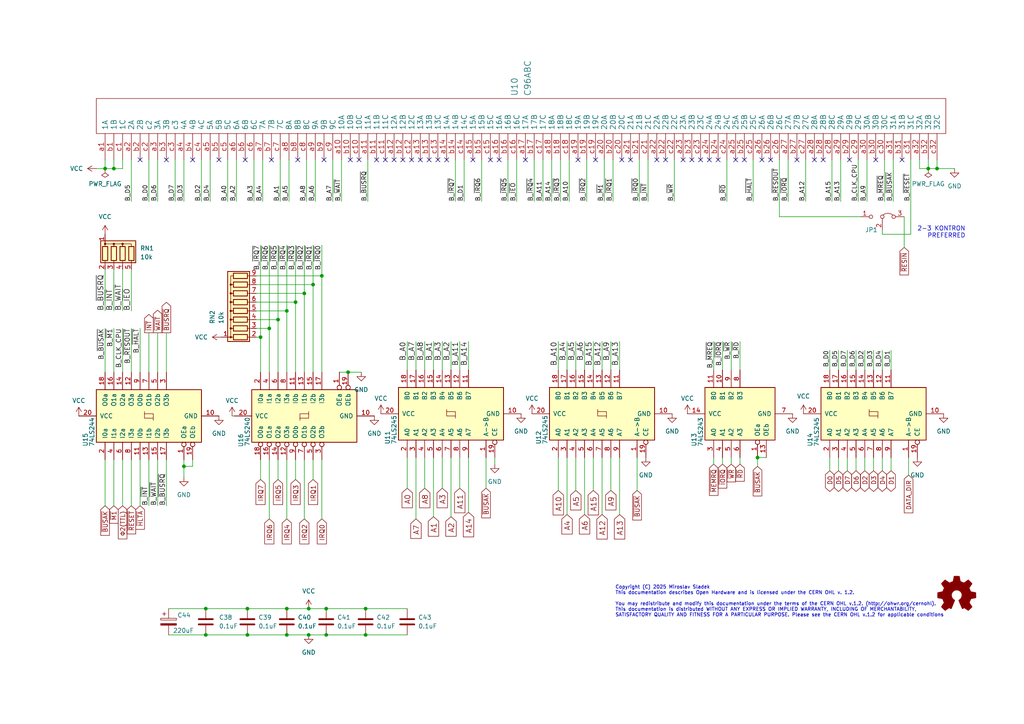
<source format=kicad_sch>
(kicad_sch (version 20250114) (generator "eeschema") (generator_version "9.0")
  (paper "A4")
  (title_block (title "ECB 8080 SBC") (date "2025-03-17") (rev "A"))
  (lib_symbols
    (symbol "74xx:74LS240" (pin_names (offset 1.016))
      (property "Reference" "U" (at -7.62 16.51 0))
      (property "Value" "74LS240" (at -7.62 -16.51 0))
      (symbol "74LS240_1_0"
        (pin input line (at -12.7 12.7 0) (length 5.08) (name "I0a") (number "2"))
        (pin input line (at -12.7 10.16 0) (length 5.08) (name "I1a") (number "4"))
        (pin input line (at -12.7 7.62 0) (length 5.08) (name "I2a") (number "6"))
        (pin input line (at -12.7 5.08 0) (length 5.08) (name "I3a") (number "8"))
        (pin input line (at -12.7 2.54 0) (length 5.08) (name "I0b") (number "11"))
        (pin input line (at -12.7 0 0) (length 5.08) (name "I1b") (number "13"))
        (pin input line (at -12.7 -2.54 0) (length 5.08) (name "I2b") (number "15"))
        (pin input line (at -12.7 -5.08 0) (length 5.08) (name "I3b") (number "17"))
        (pin input inverted (at -12.7 -10.16 0) (length 5.08) (name "OEa") (number "1"))
        (pin input inverted (at -12.7 -12.7 0) (length 5.08) (name "OEb") (number "19"))
        (pin power_in line (at 0 20.32 270) (length 5.08) (name "VCC") (number "20"))
        (pin power_in line (at 0 -20.32 90) (length 5.08) (name "GND") (number "10"))
        (pin tri_state inverted (at 12.7 12.7 180) (length 5.08) (name "O0a") (number "18"))
        (pin tri_state inverted (at 12.7 10.16 180) (length 5.08) (name "O1a") (number "16"))
        (pin tri_state inverted (at 12.7 7.62 180) (length 5.08) (name "O2a") (number "14"))
        (pin tri_state inverted (at 12.7 5.08 180) (length 5.08) (name "O3a") (number "12"))
        (pin tri_state inverted (at 12.7 2.54 180) (length 5.08) (name "O0b") (number "9"))
        (pin tri_state inverted (at 12.7 0 180) (length 5.08) (name "O1b") (number "7"))
        (pin tri_state inverted (at 12.7 -2.54 180) (length 5.08) (name "O2b") (number "5"))
        (pin tri_state inverted (at 12.7 -5.08 180) (length 5.08) (name "O3b") (number "3"))
      )
    )
    (symbol "74xx:74LS243" (pin_names (offset 1.016))
      (property "Reference" "U13" (at 5.08 13.335 0))
      (property "Value" "74LS243" (at 0.635 11.43 0))
      (symbol "74LS243_1_0"
        (pin input line (at -12.7 7.62 0) (length 5.08) (name "A0") (number "3"))
        (pin input line (at -12.7 5.08 0) (length 5.08) (name "A1") (number "4"))
        (pin input line (at -12.7 2.54 0) (length 5.08) (name "A2") (number "5"))
        (pin input line (at -12.7 0 0) (length 5.08) (name "A3") (number "6"))
        (pin input inverted (at -12.7 -5.08 0) (length 5.08) (name "OEa") (number "1"))
        (pin input line (at -12.7 -7.62 0) (length 5.08) (name "OEb") (number "13"))
        (pin power_in line (at 0 15.24 270) (length 5.08) (name "VCC") (number "14"))
        (pin power_in line (at 0 -15.24 90) (length 5.08) (name "GND") (number "7"))
        (pin tri_state line (at 12.7 7.62 180) (length 5.08) (name "B0") (number "11"))
        (pin tri_state line (at 12.7 5.08 180) (length 5.08) (name "B1") (number "10"))
        (pin tri_state line (at 12.7 2.54 180) (length 5.08) (name "B2") (number "9"))
        (pin tri_state line (at 12.7 0 180) (length 5.08) (name "B3") (number "8"))
      )
      (symbol "74LS243_1_1"
        (pin no_connect line (at 15.875 -6.35 180) (length 2.54) (hide yes) (name "NC") (number "2"))
        (pin no_connect line (at 15.875 -8.89 180) (length 2.54) (hide yes) (name "NC") (number "12"))
      )
    )
    (symbol "74xx:74LS244" (pin_names (offset 1.016))
      (property "Reference" "U" (at -7.62 16.51 0))
      (property "Value" "74LS244" (at -7.62 -16.51 0))
      (symbol "74LS244_1_0"
        (pin input line (at -12.7 12.7 0) (length 5.08) (name "I0a") (number "2"))
        (pin input line (at -12.7 10.16 0) (length 5.08) (name "I1a") (number "4"))
        (pin input line (at -12.7 7.62 0) (length 5.08) (name "I2a") (number "6"))
        (pin input line (at -12.7 5.08 0) (length 5.08) (name "I3a") (number "8"))
        (pin input line (at -12.7 2.54 0) (length 5.08) (name "I0b") (number "11"))
        (pin input line (at -12.7 0 0) (length 5.08) (name "I1b") (number "13"))
        (pin input line (at -12.7 -2.54 0) (length 5.08) (name "I2b") (number "15"))
        (pin input line (at -12.7 -5.08 0) (length 5.08) (name "I3b") (number "17"))
        (pin input inverted (at -12.7 -10.16 0) (length 5.08) (name "OEa") (number "1"))
        (pin input inverted (at -12.7 -12.7 0) (length 5.08) (name "OEb") (number "19"))
        (pin power_in line (at 0 20.32 270) (length 5.08) (name "VCC") (number "20"))
        (pin power_in line (at 0 -20.32 90) (length 5.08) (name "GND") (number "10"))
        (pin tri_state line (at 12.7 12.7 180) (length 5.08) (name "O0a") (number "18"))
        (pin tri_state line (at 12.7 10.16 180) (length 5.08) (name "O1a") (number "16"))
        (pin tri_state line (at 12.7 7.62 180) (length 5.08) (name "O2a") (number "14"))
        (pin tri_state line (at 12.7 5.08 180) (length 5.08) (name "O3a") (number "12"))
        (pin tri_state line (at 12.7 2.54 180) (length 5.08) (name "O0b") (number "9"))
        (pin tri_state line (at 12.7 0 180) (length 5.08) (name "O1b") (number "7"))
        (pin tri_state line (at 12.7 -2.54 180) (length 5.08) (name "O2b") (number "5"))
        (pin tri_state line (at 12.7 -5.08 180) (length 5.08) (name "O3b") (number "3"))
      )
    )
    (symbol "74xx:74LS245" (pin_names (offset 1.016))
      (property "Reference" "U" (at -7.62 16.51 0))
      (property "Value" "74LS245" (at -7.62 -16.51 0))
      (symbol "74LS245_1_0"
        (pin tri_state line (at -12.7 12.7 0) (length 5.08) (name "A0") (number "2"))
        (pin tri_state line (at -12.7 10.16 0) (length 5.08) (name "A1") (number "3"))
        (pin tri_state line (at -12.7 7.62 0) (length 5.08) (name "A2") (number "4"))
        (pin tri_state line (at -12.7 5.08 0) (length 5.08) (name "A3") (number "5"))
        (pin tri_state line (at -12.7 2.54 0) (length 5.08) (name "A4") (number "6"))
        (pin tri_state line (at -12.7 0 0) (length 5.08) (name "A5") (number "7"))
        (pin tri_state line (at -12.7 -2.54 0) (length 5.08) (name "A6") (number "8"))
        (pin tri_state line (at -12.7 -5.08 0) (length 5.08) (name "A7") (number "9"))
        (pin input line (at -12.7 -10.16 0) (length 5.08) (name "A->B") (number "1"))
        (pin input inverted (at -12.7 -12.7 0) (length 5.08) (name "CE") (number "19"))
        (pin power_in line (at 0 20.32 270) (length 5.08) (name "VCC") (number "20"))
        (pin power_in line (at 0 -20.32 90) (length 5.08) (name "GND") (number "10"))
        (pin tri_state line (at 12.7 12.7 180) (length 5.08) (name "B0") (number "18"))
        (pin tri_state line (at 12.7 10.16 180) (length 5.08) (name "B1") (number "17"))
        (pin tri_state line (at 12.7 7.62 180) (length 5.08) (name "B2") (number "16"))
        (pin tri_state line (at 12.7 5.08 180) (length 5.08) (name "B3") (number "15"))
        (pin tri_state line (at 12.7 2.54 180) (length 5.08) (name "B4") (number "14"))
        (pin tri_state line (at 12.7 0 180) (length 5.08) (name "B5") (number "13"))
        (pin tri_state line (at 12.7 -2.54 180) (length 5.08) (name "B6") (number "12"))
        (pin tri_state line (at 12.7 -5.08 180) (length 5.08) (name "B7") (number "11"))
      )
    )
    (symbol "Device:C" (pin_numbers (hide yes)) (pin_names (offset 0.254))
      (property "Reference" "C" (at 0.635 2.54 0))
      (property "Value" "C" (at 0.635 -2.54 0))
      (symbol "C_1_1"
        (pin passive line (at 0 3.81 270) (length 2.794) (name "~") (number "1"))
        (pin passive line (at 0 -3.81 90) (length 2.794) (name "~") (number "2"))
      )
    )
    (symbol "Device:C_Polarized" (pin_numbers (hide yes)) (pin_names (offset 0.254))
      (property "Reference" "C" (at 0.635 2.54 0))
      (property "Value" "C_Polarized" (at 0.635 -2.54 0))
      (symbol "C_Polarized_1_1"
        (pin passive line (at 0 3.81 270) (length 2.794) (name "~") (number "1"))
        (pin passive line (at 0 -3.81 90) (length 2.794) (name "~") (number "2"))
      )
    )
    (symbol "Device:R_Network04" (pin_names (offset 0) (hide yes))
      (property "Reference" "RN" (at -7.62 0 90))
      (property "Value" "R_Network04" (at 5.08 0 90))
      (symbol "R_Network04_1_1"
        (pin passive line (at -5.08 5.08 270) (length 2.54) (name "common") (number "1"))
        (pin passive line (at -5.08 -5.08 90) (length 1.27) (name "R1") (number "2"))
        (pin passive line (at -2.54 -5.08 90) (length 1.27) (name "R2") (number "3"))
        (pin passive line (at 0 -5.08 90) (length 1.27) (name "R3") (number "4"))
        (pin passive line (at 2.54 -5.08 90) (length 1.27) (name "R4") (number "5"))
      )
    )
    (symbol "Device:R_Network08" (pin_names (offset 0) (hide yes))
      (property "Reference" "RN" (at -12.7 0 90))
      (property "Value" "R_Network08" (at 10.16 0 90))
      (symbol "R_Network08_1_1"
        (pin passive line (at -10.16 5.08 270) (length 2.54) (name "common") (number "1"))
        (pin passive line (at -10.16 -5.08 90) (length 1.27) (name "R1") (number "2"))
        (pin passive line (at -7.62 -5.08 90) (length 1.27) (name "R2") (number "3"))
        (pin passive line (at -5.08 -5.08 90) (length 1.27) (name "R3") (number "4"))
        (pin passive line (at -2.54 -5.08 90) (length 1.27) (name "R4") (number "5"))
        (pin passive line (at 0 -5.08 90) (length 1.27) (name "R5") (number "6"))
        (pin passive line (at 2.54 -5.08 90) (length 1.27) (name "R6") (number "7"))
        (pin passive line (at 5.08 -5.08 90) (length 1.27) (name "R7") (number "8"))
        (pin passive line (at 7.62 -5.08 90) (length 1.27) (name "R8") (number "9"))
      )
    )
    (symbol "GND_7" (power) (pin_names (offset 0))
      (property "Value" "GND_7" (at 0 -5.08 0))
      (symbol "GND_7_1_1"
        (pin power_out line (at 0 0 270) (length 0) (hide yes) (name "GND") (number "1"))
      )
    )
    (symbol "Graphic:Logo_Open_Hardware_Small" (in_bom no) (on_board no))
    (symbol "Jumper:Jumper_3_Bridged12" (pin_names (offset 0) (hide yes))
      (property "Reference" "JP?" (at 0 5.715 0))
      (symbol "Jumper_3_Bridged12_1_1"
        (pin passive line (at -6.35 0 0) (length 2.54) (name "A") (number "1"))
        (pin passive line (at 0 -3.81 90) (length 2.54) (name "C") (number "2"))
        (pin passive line (at 6.35 0 180) (length 2.54) (name "B") (number "3"))
      )
    )
    (symbol "SBC_Z80:C96ABC" (pin_names (offset 1.016))
      (property "Reference" "U10" (at 5.715 1.905 0))
      (property "Value" "C96ABC" (at 5.715 -1.905 0))
      (symbol "C96ABC_1_1"
        (pin passive line (at -12.7 120.65 0) (length 7.62) (name "1A") (number "a1"))
        (pin passive line (at -12.7 118.11 0) (length 7.62) (name "1B") (number "b1"))
        (pin passive line (at -12.7 115.57 0) (length 7.62) (name "1C") (number "c1"))
        (pin passive line (at -12.7 113.03 0) (length 7.62) (name "2A") (number "a2"))
        (pin passive line (at -12.7 110.49 0) (length 7.62) (name "2B") (number "b2"))
        (pin passive line (at -12.7 107.95 0) (length 7.62) (name "c2") (number "c2"))
        (pin passive line (at -12.7 105.41 0) (length 7.62) (name "3A") (number "a3"))
        (pin passive line (at -12.7 102.87 0) (length 7.62) (name "3B") (number "b3"))
        (pin passive line (at -12.7 100.33 0) (length 7.62) (name "c3") (number "c3"))
        (pin passive line (at -12.7 97.79 0) (length 7.62) (name "4A") (number "a4"))
        (pin passive line (at -12.7 95.25 0) (length 7.62) (name "4B") (number "b4"))
        (pin passive line (at -12.7 92.71 0) (length 7.62) (name "4C") (number "c4"))
        (pin passive line (at -12.7 90.17 0) (length 7.62) (name "5A") (number "a5"))
        (pin passive line (at -12.7 87.63 0) (length 7.62) (name "5B") (number "b5"))
        (pin passive line (at -12.7 85.09 0) (length 7.62) (name "5C") (number "c5"))
        (pin passive line (at -12.7 82.55 0) (length 7.62) (name "6A") (number "a6"))
        (pin passive line (at -12.7 80.01 0) (length 7.62) (name "6B") (number "b6"))
        (pin passive line (at -12.7 77.47 0) (length 7.62) (name "6C") (number "c6"))
        (pin passive line (at -12.7 74.93 0) (length 7.62) (name "7A") (number "a7"))
        (pin passive line (at -12.7 72.39 0) (length 7.62) (name "7B") (number "b7"))
        (pin passive line (at -12.7 69.85 0) (length 7.62) (name "7C") (number "c7"))
        (pin passive line (at -12.7 67.31 0) (length 7.62) (name "8A") (number "a8"))
        (pin passive line (at -12.7 64.77 0) (length 7.62) (name "8B") (number "b8"))
        (pin passive line (at -12.7 62.23 0) (length 7.62) (name "8C") (number "c8"))
        (pin passive line (at -12.7 59.69 0) (length 7.62) (name "9A") (number "a9"))
        (pin passive line (at -12.7 57.15 0) (length 7.62) (name "9B") (number "b9"))
        (pin passive line (at -12.7 54.61 0) (length 7.62) (name "9C") (number "c9"))
        (pin passive line (at -12.7 52.07 0) (length 7.62) (name "10A") (number "a10"))
        (pin passive line (at -12.7 49.53 0) (length 7.62) (name "10B") (number "b10"))
        (pin passive line (at -12.7 46.99 0) (length 7.62) (name "10C") (number "c10"))
        (pin passive line (at -12.7 44.45 0) (length 7.62) (name "11A") (number "a11"))
        (pin passive line (at -12.7 41.91 0) (length 7.62) (name "11B") (number "b11"))
        (pin passive line (at -12.7 39.37 0) (length 7.62) (name "11C") (number "c11"))
        (pin passive line (at -12.7 36.83 0) (length 7.62) (name "12A") (number "a12"))
        (pin passive line (at -12.7 34.29 0) (length 7.62) (name "12B") (number "b12"))
        (pin passive line (at -12.7 31.75 0) (length 7.62) (name "12C") (number "c12"))
        (pin passive line (at -12.7 29.21 0) (length 7.62) (name "13A") (number "a13"))
        (pin passive line (at -12.7 26.67 0) (length 7.62) (name "13B") (number "b13"))
        (pin passive line (at -12.7 24.13 0) (length 7.62) (name "13C") (number "c13"))
        (pin passive line (at -12.7 21.59 0) (length 7.62) (name "14A") (number "a14"))
        (pin passive line (at -12.7 19.05 0) (length 7.62) (name "14B") (number "b14"))
        (pin passive line (at -12.7 16.51 0) (length 7.62) (name "14C") (number "c14"))
        (pin passive line (at -12.7 13.97 0) (length 7.62) (name "15A") (number "a15"))
        (pin passive line (at -12.7 11.43 0) (length 7.62) (name "15B") (number "b15"))
        (pin passive line (at -12.7 8.89 0) (length 7.62) (name "15C") (number "c15"))
        (pin passive line (at -12.7 6.35 0) (length 7.62) (name "16A") (number "a16"))
        (pin passive line (at -12.7 3.81 0) (length 7.62) (name "16B") (number "b16"))
        (pin passive line (at -12.7 1.27 0) (length 7.62) (name "16C") (number "c16"))
        (pin passive line (at -12.7 -1.27 0) (length 7.62) (name "17A") (number "a17"))
        (pin passive line (at -12.7 -3.81 0) (length 7.62) (name "17B") (number "b17"))
        (pin passive line (at -12.7 -6.35 0) (length 7.62) (name "17C") (number "c17"))
        (pin passive line (at -12.7 -8.89 0) (length 7.62) (name "18A") (number "a18"))
        (pin passive line (at -12.7 -11.43 0) (length 7.62) (name "18B") (number "b18"))
        (pin passive line (at -12.7 -13.97 0) (length 7.62) (name "18C") (number "c18"))
        (pin passive line (at -12.7 -16.51 0) (length 7.62) (name "19A") (number "a19"))
        (pin passive line (at -12.7 -19.05 0) (length 7.62) (name "19B") (number "b19"))
        (pin passive line (at -12.7 -21.59 0) (length 7.62) (name "19C") (number "c19"))
        (pin passive line (at -12.7 -24.13 0) (length 7.62) (name "20A") (number "a20"))
        (pin passive line (at -12.7 -26.67 0) (length 7.62) (name "20B") (number "b20"))
        (pin passive line (at -12.7 -29.21 0) (length 7.62) (name "20C") (number "c20"))
        (pin tri_state line (at -12.7 -31.75 0) (length 7.62) (name "21A") (number "a21"))
        (pin passive line (at -12.7 -34.29 0) (length 7.62) (name "21B") (number "b21"))
        (pin passive line (at -12.7 -36.83 0) (length 7.62) (name "21C") (number "c21"))
        (pin passive line (at -12.7 -39.37 0) (length 7.62) (name "22A") (number "a22"))
        (pin passive line (at -12.7 -41.91 0) (length 7.62) (name "22B") (number "b22"))
        (pin passive line (at -12.7 -44.45 0) (length 7.62) (name "22C") (number "c22"))
        (pin passive line (at -12.7 -46.99 0) (length 7.62) (name "23A") (number "a23"))
        (pin passive line (at -12.7 -49.53 0) (length 7.62) (name "23B") (number "b23"))
        (pin passive line (at -12.7 -52.07 0) (length 7.62) (name "23C") (number "c23"))
        (pin passive line (at -12.7 -54.61 0) (length 7.62) (name "24A") (number "a24"))
        (pin passive line (at -12.7 -57.15 0) (length 7.62) (name "24B") (number "b24"))
        (pin passive line (at -12.7 -59.69 0) (length 7.62) (name "24C") (number "c24"))
        (pin passive line (at -12.7 -62.23 0) (length 7.62) (name "25A") (number "a25"))
        (pin passive line (at -12.7 -64.77 0) (length 7.62) (name "25B") (number "b25"))
        (pin passive line (at -12.7 -67.31 0) (length 7.62) (name "25C") (number "c25"))
        (pin passive line (at -12.7 -69.85 0) (length 7.62) (name "26A") (number "a26"))
        (pin passive line (at -12.7 -72.39 0) (length 7.62) (name "26B") (number "b26"))
        (pin passive line (at -12.7 -74.93 0) (length 7.62) (name "26C") (number "c26"))
        (pin passive line (at -12.7 -77.47 0) (length 7.62) (name "27A") (number "a27"))
        (pin passive line (at -12.7 -80.01 0) (length 7.62) (name "27B") (number "b27"))
        (pin passive line (at -12.7 -82.55 0) (length 7.62) (name "27C") (number "c27"))
        (pin passive line (at -12.7 -85.09 0) (length 7.62) (name "28A") (number "a28"))
        (pin passive line (at -12.7 -87.63 0) (length 7.62) (name "28B") (number "b28"))
        (pin passive line (at -12.7 -90.17 0) (length 7.62) (name "28C") (number "c28"))
        (pin passive line (at -12.7 -92.71 0) (length 7.62) (name "29A") (number "a29"))
        (pin passive line (at -12.7 -95.25 0) (length 7.62) (name "29B") (number "b29"))
        (pin passive line (at -12.7 -97.79 0) (length 7.62) (name "29C") (number "c29"))
        (pin passive line (at -12.7 -100.33 0) (length 7.62) (name "30A") (number "a30"))
        (pin passive line (at -12.7 -102.87 0) (length 7.62) (name "30B") (number "b30"))
        (pin passive line (at -12.7 -105.41 0) (length 7.62) (name "30C") (number "c30"))
        (pin passive line (at -12.7 -107.95 0) (length 7.62) (name "31A") (number "a31"))
        (pin passive line (at -12.7 -110.49 0) (length 7.62) (name "31B") (number "b31"))
        (pin passive line (at -12.7 -113.03 0) (length 7.62) (name "31C") (number "c31"))
        (pin passive line (at -12.7 -115.57 0) (length 7.62) (name "32A") (number "a32"))
        (pin passive line (at -12.7 -118.11 0) (length 7.62) (name "32B") (number "b32"))
        (pin passive line (at -12.7 -120.65 0) (length 7.62) (name "32C") (number "c32"))
      )
    )
    (symbol "VCC_2" (power) (pin_names (offset 0))
      (property "Value" "VCC_2" (at 0 3.81 0))
      (symbol "VCC_2_1_1"
        (pin power_in line (at 0 0 90) (length 0) (hide yes) (name "VCC") (number "1"))
      )
    )
    (symbol "VCC_3" (power) (pin_names (offset 0))
      (property "Value" "VCC_3" (at 0 3.81 0))
      (symbol "VCC_3_1_1"
        (pin power_in line (at 0 0 90) (length 0) (hide yes) (name "VCC") (number "1"))
      )
    )
    (symbol "power:GND" (power) (pin_names (offset 0))
      (property "Value" "GND" (at 0 -3.81 0))
      (symbol "GND_1_1"
        (pin power_in line (at 0 0 270) (length 0) (hide yes) (name "GND") (number "1"))
      )
    )
    (symbol "power:PWR_FLAG" (power) (pin_numbers (hide yes)) (pin_names (offset 0) (hide yes))
      (property "Value" "PWR_FLAG" (at 0 3.81 0))
      (symbol "PWR_FLAG_0_0"
        (pin power_out line (at 0 0 90) (length 0) (name "pwr") (number "1"))
      )
    )
  )
  (text "2-3 KONTRON\nPREFERRED" (at 280.035 69.215 0) (effects (font (size 1.27 1.27)) (justify right bottom)))
  (text "Copyright (C) 2025 Miroslav Sladek\nThis documentation describes Open Hardware and is licensed under the CERN OHL v. 1.2.\n\nYou may redistribute and modify this documentation under the terms of the CERN OHL v.1.2. (http://ohwr.org/cernohl).\nThis documentation is distributed WITHOUT ANY EXPRESS OR IMPLIED WARRANTY, INCLUDING OF MERCHANTABILITY,\nSATISFACTORY QUALITY AND FITNESS FOR A PARTICULAR PURPOSE. Please see the CERN OHL v.1.2 for applicable conditions" (at 178.435 179.07 0) (effects (font (size 1 1)) (justify left bottom)))
  (junction (at 33.02 48.895))
  (junction (at 80.645 92.71))
  (junction (at 83.185 184.15))
  (junction (at 78.105 95.25))
  (junction (at 106.045 184.15))
  (junction (at 71.755 176.53))
  (junction (at 71.755 184.15))
  (junction (at 83.185 176.53))
  (junction (at 271.78 48.895))
  (junction (at 93.345 80.01))
  (junction (at 219.71 132.715))
  (junction (at 30.48 48.895))
  (junction (at 59.69 184.15))
  (junction (at 90.805 82.55))
  (junction (at 100.965 107.95))
  (junction (at 106.045 176.53))
  (junction (at 88.265 85.09))
  (junction (at 89.535 184.15))
  (junction (at 75.565 97.79))
  (junction (at 94.615 176.53))
  (junction (at 53.34 135.255))
  (junction (at 59.69 176.53))
  (junction (at 269.24 48.895))
  (junction (at 85.725 87.63))
  (junction (at 89.535 176.53))
  (junction (at 94.615 184.15))
  (junction (at 83.185 90.17))
  (no_connect (at 137.16 46.355))
  (no_connect (at 127 46.355))
  (no_connect (at 119.38 46.355))
  (no_connect (at 48.26 46.355))
  (no_connect (at 198.12 46.355))
  (no_connect (at 261.62 46.355))
  (no_connect (at 172.72 46.355))
  (no_connect (at 78.74 46.355))
  (no_connect (at 152.4 46.355))
  (no_connect (at 203.2 46.355))
  (no_connect (at 101.6 46.355))
  (no_connect (at 121.92 46.355))
  (no_connect (at 124.46 46.355))
  (no_connect (at 223.52 46.355))
  (no_connect (at 167.64 46.355))
  (no_connect (at 93.98 46.355))
  (no_connect (at 215.9 46.355))
  (no_connect (at 114.3 46.355))
  (no_connect (at 231.14 46.355))
  (no_connect (at 213.36 46.355))
  (no_connect (at 200.66 46.355))
  (no_connect (at 40.64 46.355))
  (no_connect (at 180.34 46.355))
  (no_connect (at 104.14 46.355))
  (no_connect (at 116.84 46.355))
  (no_connect (at 236.22 46.355))
  (no_connect (at 190.5 46.355))
  (no_connect (at 129.54 46.355))
  (no_connect (at 144.78 46.355))
  (no_connect (at 246.38 46.355))
  (no_connect (at 55.88 46.355))
  (no_connect (at 86.36 46.355))
  (no_connect (at 254 46.355))
  (no_connect (at 208.28 46.355))
  (no_connect (at 205.74 46.355))
  (no_connect (at 63.5 46.355))
  (no_connect (at 71.12 46.355))
  (no_connect (at 111.76 46.355))
  (no_connect (at 142.24 46.355))
  (no_connect (at 182.88 46.355))
  (no_connect (at 193.04 46.355))
  (no_connect (at 109.22 46.355))
  (no_connect (at 238.76 46.355))
  (no_connect (at 220.98 46.355))
  (wire (pts (xy 80.645 71.12) (xy 80.645 92.71)))
  (wire (pts (xy 48.26 133.35) (xy 48.26 146.685)))
  (wire (pts (xy 174.625 99.06) (xy 174.625 107.315)))
  (wire (pts (xy 100.965 107.95) (xy 104.775 107.95)))
  (wire (pts (xy 212.09 99.06) (xy 212.09 107.315)))
  (wire (pts (xy 48.895 184.15) (xy 59.69 184.15)))
  (wire (pts (xy 96.52 46.355) (xy 96.52 58.42)))
  (wire (pts (xy 94.615 184.15) (xy 106.045 184.15)))
  (wire (pts (xy 266.7 48.895) (xy 266.7 46.355)))
  (wire (pts (xy 40.64 133.35) (xy 40.64 146.685)))
  (wire (pts (xy 30.48 133.35) (xy 30.48 146.685)))
  (wire (pts (xy 255.905 66.675) (xy 255.905 67.945)))
  (wire (pts (xy 134.62 46.355) (xy 134.62 58.42)))
  (wire (pts (xy 68.58 46.355) (xy 68.58 58.42)))
  (wire (pts (xy 43.18 96.52) (xy 43.18 107.95)))
  (wire (pts (xy 99.06 46.355) (xy 99.06 58.42)))
  (wire (pts (xy 85.725 87.63) (xy 74.295 87.63)))
  (wire (pts (xy 78.105 150.495) (xy 78.105 133.35)))
  (wire (pts (xy 243.205 136.525) (xy 243.205 132.715)))
  (wire (pts (xy 226.06 46.355) (xy 226.06 62.865)))
  (wire (pts (xy 175.26 46.355) (xy 175.26 58.42)))
  (wire (pts (xy 33.02 90.17) (xy 33.02 78.105)))
  (wire (pts (xy 74.295 92.71) (xy 80.645 92.71)))
  (wire (pts (xy 85.725 139.065) (xy 85.725 133.35)))
  (wire (pts (xy 90.805 139.065) (xy 90.805 133.35)))
  (wire (pts (xy 45.72 96.52) (xy 45.72 107.95)))
  (wire (pts (xy 140.97 132.715) (xy 140.97 141.605)))
  (wire (pts (xy 43.18 46.355) (xy 43.18 58.42)))
  (wire (pts (xy 179.705 132.715) (xy 179.705 149.225)))
  (wire (pts (xy 38.1 78.105) (xy 38.1 90.17)))
  (wire (pts (xy 241.3 46.355) (xy 241.3 58.42)))
  (wire (pts (xy 125.73 99.06) (xy 125.73 107.315)))
  (wire (pts (xy 271.78 48.895) (xy 271.78 46.355)))
  (wire (pts (xy 258.445 107.315) (xy 258.445 101.6)))
  (wire (pts (xy 259.08 46.355) (xy 259.08 58.42)))
  (wire (pts (xy 27.94 48.895) (xy 30.48 48.895)))
  (wire (pts (xy 30.48 48.895) (xy 33.02 48.895)))
  (wire (pts (xy 128.27 132.715) (xy 128.27 141.605)))
  (wire (pts (xy 106.045 176.53) (xy 118.11 176.53)))
  (wire (pts (xy 67.31 120.65) (xy 67.945 120.65)))
  (wire (pts (xy 209.55 132.715) (xy 209.55 134.62)))
  (wire (pts (xy 60.96 46.355) (xy 60.96 58.42)))
  (wire (pts (xy 207.01 99.06) (xy 207.01 107.315)))
  (wire (pts (xy 209.55 99.06) (xy 209.55 107.315)))
  (wire (pts (xy 55.88 135.255) (xy 53.34 135.255)))
  (wire (pts (xy 83.185 184.15) (xy 89.535 184.15)))
  (wire (pts (xy 135.89 132.715) (xy 135.89 148.59)))
  (wire (pts (xy 88.265 85.09) (xy 74.295 85.09)))
  (wire (pts (xy 212.09 132.715) (xy 212.09 134.62)))
  (wire (pts (xy 130.81 99.06) (xy 130.81 107.315)))
  (wire (pts (xy 93.345 80.01) (xy 93.345 107.95)))
  (wire (pts (xy 172.085 99.06) (xy 172.085 107.315)))
  (wire (pts (xy 207.01 132.715) (xy 207.01 134.62)))
  (wire (pts (xy 177.165 132.715) (xy 177.165 142.24)))
  (wire (pts (xy 240.665 107.315) (xy 240.665 101.6)))
  (wire (pts (xy 71.755 176.53) (xy 83.185 176.53)))
  (wire (pts (xy 43.18 133.35) (xy 43.18 146.685)))
  (wire (pts (xy 219.71 132.715) (xy 222.25 132.715)))
  (wire (pts (xy 245.745 136.525) (xy 245.745 132.715)))
  (wire (pts (xy 128.27 99.06) (xy 128.27 107.315)))
  (wire (pts (xy 162.56 46.355) (xy 162.56 58.42)))
  (wire (pts (xy 133.35 99.06) (xy 133.35 107.315)))
  (wire (pts (xy 245.745 107.315) (xy 245.745 101.6)))
  (wire (pts (xy 78.105 95.25) (xy 78.105 71.12)))
  (wire (pts (xy 269.24 48.895) (xy 271.78 48.895)))
  (wire (pts (xy 53.34 135.255) (xy 53.34 138.43)))
  (wire (pts (xy 90.805 71.12) (xy 90.805 82.55)))
  (wire (pts (xy 71.755 184.15) (xy 83.185 184.15)))
  (wire (pts (xy 161.925 132.715) (xy 161.925 142.24)))
  (wire (pts (xy 250.825 136.525) (xy 250.825 132.715)))
  (wire (pts (xy 33.02 133.35) (xy 33.02 146.685)))
  (wire (pts (xy 266.7 48.895) (xy 269.24 48.895)))
  (wire (pts (xy 48.895 176.53) (xy 59.69 176.53)))
  (wire (pts (xy 253.365 107.315) (xy 253.365 101.6)))
  (wire (pts (xy 98.425 107.95) (xy 100.965 107.95)))
  (wire (pts (xy 256.54 46.355) (xy 256.54 58.42)))
  (wire (pts (xy 120.65 99.06) (xy 120.65 107.315)))
  (wire (pts (xy 264.16 67.945) (xy 255.905 67.945)))
  (wire (pts (xy 214.63 132.715) (xy 214.63 134.62)))
  (wire (pts (xy 184.785 132.715) (xy 184.785 142.24)))
  (wire (pts (xy 45.72 133.35) (xy 45.72 146.685)))
  (wire (pts (xy 78.105 95.25) (xy 74.295 95.25)))
  (wire (pts (xy 228.6 46.355) (xy 228.6 58.42)))
  (wire (pts (xy 93.345 150.495) (xy 93.345 133.35)))
  (wire (pts (xy 177.8 46.355) (xy 177.8 58.42)))
  (wire (pts (xy 83.185 176.53) (xy 89.535 176.53)))
  (wire (pts (xy 59.69 184.15) (xy 71.755 184.15)))
  (wire (pts (xy 167.005 99.06) (xy 167.005 107.315)))
  (wire (pts (xy 30.48 78.105) (xy 30.48 90.17)))
  (wire (pts (xy 123.19 132.715) (xy 123.19 141.605)))
  (wire (pts (xy 85.725 87.63) (xy 85.725 107.95)))
  (wire (pts (xy 164.465 99.06) (xy 164.465 107.315)))
  (wire (pts (xy 143.51 134.62) (xy 143.51 132.715)))
  (wire (pts (xy 59.69 176.53) (xy 71.755 176.53)))
  (wire (pts (xy 269.24 48.895) (xy 269.24 46.355)))
  (wire (pts (xy 74.295 82.55) (xy 90.805 82.55)))
  (wire (pts (xy 120.65 132.715) (xy 120.65 150.495)))
  (wire (pts (xy 157.48 46.355) (xy 157.48 58.42)))
  (wire (pts (xy 93.345 80.01) (xy 93.345 71.12)))
  (wire (pts (xy 106.045 184.15) (xy 118.11 184.15)))
  (wire (pts (xy 258.445 136.525) (xy 258.445 132.715)))
  (wire (pts (xy 80.645 92.71) (xy 80.645 107.95)))
  (wire (pts (xy 53.34 46.355) (xy 53.34 58.42)))
  (wire (pts (xy 161.925 99.06) (xy 161.925 107.315)))
  (wire (pts (xy 174.625 132.715) (xy 174.625 149.225)))
  (wire (pts (xy 118.11 132.715) (xy 118.11 141.605)))
  (wire (pts (xy 55.88 133.35) (xy 55.88 135.255)))
  (wire (pts (xy 75.565 97.79) (xy 75.565 71.12)))
  (wire (pts (xy 123.19 99.06) (xy 123.19 107.315)))
  (wire (pts (xy 30.48 48.895) (xy 30.48 46.355)))
  (wire (pts (xy 179.705 99.06) (xy 179.705 107.315)))
  (wire (pts (xy 177.165 99.06) (xy 177.165 107.315)))
  (wire (pts (xy 240.665 136.525) (xy 240.665 132.715)))
  (wire (pts (xy 165.1 46.355) (xy 165.1 58.42)))
  (wire (pts (xy 214.63 99.06) (xy 214.63 107.315)))
  (wire (pts (xy 135.89 99.06) (xy 135.89 107.315)))
  (wire (pts (xy 58.42 46.355) (xy 58.42 58.42)))
  (wire (pts (xy 255.905 136.525) (xy 255.905 132.715)))
  (wire (pts (xy 172.085 132.715) (xy 172.085 142.24)))
  (wire (pts (xy 160.02 46.355) (xy 160.02 58.42)))
  (wire (pts (xy 78.105 95.25) (xy 78.105 107.95)))
  (wire (pts (xy 83.82 46.355) (xy 83.82 58.42)))
  (wire (pts (xy 118.11 99.06) (xy 118.11 107.315)))
  (wire (pts (xy 45.72 46.355) (xy 45.72 58.42)))
  (wire (pts (xy 147.32 46.355) (xy 147.32 58.42)))
  (wire (pts (xy 35.56 78.105) (xy 35.56 90.17)))
  (wire (pts (xy 83.185 90.17) (xy 83.185 107.95)))
  (wire (pts (xy 170.18 46.355) (xy 170.18 58.42)))
  (wire (pts (xy 243.205 107.315) (xy 243.205 101.6)))
  (wire (pts (xy 38.1 133.35) (xy 38.1 146.685)))
  (wire (pts (xy 75.565 139.065) (xy 75.565 133.35)))
  (wire (pts (xy 89.535 176.53) (xy 94.615 176.53)))
  (wire (pts (xy 93.345 80.01) (xy 74.295 80.01)))
  (wire (pts (xy 90.805 82.55) (xy 90.805 107.95)))
  (wire (pts (xy 243.84 46.355) (xy 243.84 58.42)))
  (wire (pts (xy 125.73 132.715) (xy 125.73 149.86)))
  (wire (pts (xy 38.1 46.355) (xy 38.1 58.42)))
  (wire (pts (xy 83.185 71.12) (xy 83.185 90.17)))
  (wire (pts (xy 253.365 136.525) (xy 253.365 132.715)))
  (wire (pts (xy 40.64 95.25) (xy 40.64 107.95)))
  (wire (pts (xy 53.34 133.35) (xy 53.34 135.255)))
  (wire (pts (xy 66.04 46.355) (xy 66.04 58.42)))
  (wire (pts (xy 169.545 99.06) (xy 169.545 107.315)))
  (wire (pts (xy 164.465 132.715) (xy 164.465 149.225)))
  (wire (pts (xy 30.48 95.25) (xy 30.48 107.95)))
  (wire (pts (xy 33.02 95.25) (xy 33.02 107.95)))
  (wire (pts (xy 169.545 132.715) (xy 169.545 149.225)))
  (wire (pts (xy 248.285 107.315) (xy 248.285 101.6)))
  (wire (pts (xy 149.86 46.355) (xy 149.86 58.42)))
  (wire (pts (xy 75.565 97.79) (xy 75.565 107.95)))
  (wire (pts (xy 75.565 97.79) (xy 74.295 97.79)))
  (wire (pts (xy 130.81 132.715) (xy 130.81 149.86)))
  (wire (pts (xy 106.68 46.355) (xy 106.68 58.42)))
  (wire (pts (xy 195.58 46.355) (xy 195.58 58.42)))
  (wire (pts (xy 48.26 96.52) (xy 48.26 107.95)))
  (wire (pts (xy 38.1 95.25) (xy 38.1 107.95)))
  (wire (pts (xy 132.08 46.355) (xy 132.08 58.42)))
  (wire (pts (xy 248.285 136.525) (xy 248.285 132.715)))
  (wire (pts (xy 88.265 85.09) (xy 88.265 107.95)))
  (wire (pts (xy 76.2 46.355) (xy 76.2 58.42)))
  (wire (pts (xy 35.56 95.25) (xy 35.56 107.95)))
  (wire (pts (xy 133.35 132.715) (xy 133.35 141.605)))
  (wire (pts (xy 264.16 46.355) (xy 264.16 67.945)))
  (wire (pts (xy 35.56 48.895) (xy 35.56 46.355)))
  (wire (pts (xy 233.68 46.355) (xy 233.68 58.42)))
  (wire (pts (xy 88.9 46.355) (xy 88.9 58.42)))
  (wire (pts (xy 271.78 48.895) (xy 276.86 48.895)))
  (wire (pts (xy 33.02 48.895) (xy 35.56 48.895)))
  (wire (pts (xy 185.42 46.355) (xy 185.42 58.42)))
  (wire (pts (xy 167.005 132.715) (xy 167.005 142.24)))
  (wire (pts (xy 250.825 107.315) (xy 250.825 101.6)))
  (wire (pts (xy 73.66 46.355) (xy 73.66 58.42)))
  (wire (pts (xy 263.525 137.795) (xy 263.525 132.715)))
  (wire (pts (xy 81.28 46.355) (xy 81.28 58.42)))
  (wire (pts (xy 218.44 46.355) (xy 218.44 58.42)))
  (wire (pts (xy 50.8 46.355) (xy 50.8 58.42)))
  (wire (pts (xy 88.265 85.09) (xy 88.265 71.12)))
  (wire (pts (xy 33.02 48.895) (xy 33.02 46.355)))
  (wire (pts (xy 210.82 46.355) (xy 210.82 58.42)))
  (wire (pts (xy 262.255 71.755) (xy 262.255 62.865)))
  (wire (pts (xy 187.96 46.355) (xy 187.96 58.42)))
  (wire (pts (xy 35.56 133.35) (xy 35.56 146.685)))
  (wire (pts (xy 89.535 184.15) (xy 94.615 184.15)))
  (wire (pts (xy 139.7 46.355) (xy 139.7 58.42)))
  (wire (pts (xy 91.44 46.355) (xy 91.44 58.42)))
  (wire (pts (xy 219.71 135.255) (xy 219.71 132.715)))
  (wire (pts (xy 80.645 139.065) (xy 80.645 133.35)))
  (wire (pts (xy 154.94 46.355) (xy 154.94 58.42)))
  (wire (pts (xy 94.615 176.53) (xy 106.045 176.53)))
  (wire (pts (xy 255.905 107.315) (xy 255.905 101.6)))
  (wire (pts (xy 226.06 62.865) (xy 249.555 62.865)))
  (wire (pts (xy 248.92 46.355) (xy 248.92 58.42)))
  (wire (pts (xy 83.185 150.495) (xy 83.185 133.35)))
  (wire (pts (xy 74.295 90.17) (xy 83.185 90.17)))
  (wire (pts (xy 85.725 87.63) (xy 85.725 71.12)))
  (wire (pts (xy 88.265 150.495) (xy 88.265 133.35)))
  (wire (pts (xy 251.46 46.355) (xy 251.46 58.42)))
  (label "B_A2" (at 68.58 58.42 90))
  (label "B_A14" (at 135.89 99.06 270) (effects (font (size 1.524 1.524))))
  (label "B_~{WAIT}" (at 99.06 58.42 90))
  (label "B_~{RD}" (at 214.63 99.06 270) (effects (font (size 1.3 1.3))))
  (label "B_D2" (at 250.825 101.6 270))
  (label "B_D2" (at 58.42 58.42 90))
  (label "B_~{IRQ3}" (at 162.56 58.42 90))
  (label "B_A0" (at 118.11 99.06 270) (effects (font (size 1.524 1.524))))
  (label "B_A10" (at 161.925 99.06 270) (effects (font (size 1.524 1.524))))
  (label "B_A8" (at 123.19 99.06 270) (effects (font (size 1.524 1.524))))
  (label "B_D5" (at 243.205 101.6 270))
  (label "B_D1" (at 258.445 101.6 270))
  (label "B_A1" (at 125.73 99.06 270) (effects (font (size 1.524 1.524))))
  (label "B_~{IRQ5}" (at 80.645 71.12 270) (effects (font (size 1.35 1.35))))
  (label "B_A5" (at 83.82 58.42 90))
  (label "B_A0" (at 66.04 58.42 90))
  (label "B_A2" (at 130.81 99.06 270) (effects (font (size 1.524 1.524))))
  (label "B_A15" (at 172.085 99.06 270) (effects (font (size 1.524 1.524))))
  (label "B_A9" (at 251.46 58.42 90))
  (label "B_A14" (at 160.02 58.42 90))
  (label "B_~{IORQ}" (at 228.6 58.42 90))
  (label "B_D4" (at 60.96 58.42 90))
  (label "B_~{BUSRQ}" (at 48.26 146.685 90) (effects (font (size 1.35 1.35))))
  (label "B_A12" (at 233.68 58.42 90))
  (label "B_A13" (at 243.84 58.42 90))
  (label "B_~{INT}" (at 187.96 58.42 90))
  (label "B_~{HALT}" (at 218.44 58.42 90))
  (label "B_A12" (at 174.625 99.06 270) (effects (font (size 1.524 1.524))))
  (label "B_A1" (at 81.28 58.42 90))
  (label "B_A3" (at 128.27 99.06 270) (effects (font (size 1.524 1.524))))
  (label "B_D7" (at 245.745 101.6 270))
  (label "B_~{WR}" (at 212.09 99.06 270) (effects (font (size 1.3 1.3))))
  (label "B_D1" (at 134.62 58.42 90))
  (label "B_~{IRQ2}" (at 170.18 58.42 90))
  (label "B_A8" (at 88.9 58.42 90))
  (label "B_~{RESET}" (at 264.16 58.42 90))
  (label "B_~{BUSRQ}" (at 106.68 58.42 90))
  (label "B_~{HALT}" (at 40.64 95.25 270) (effects (font (size 1.35 1.35))))
  (label "B_~{IEO}" (at 38.1 90.17 90) (effects (font (size 1.524 1.524))))
  (label "B_~{WR}" (at 195.58 58.42 90))
  (label "B_~{BUSRQ}" (at 30.48 90.17 90) (effects (font (size 1.524 1.524))))
  (label "B_D0" (at 43.18 58.42 90))
  (label "B_A7" (at 96.52 58.42 90))
  (label "B_~{WAIT}" (at 35.56 90.17 90) (effects (font (size 1.524 1.524))))
  (label "B_~{IRQ0}" (at 185.42 58.42 90))
  (label "B_A6" (at 91.44 58.42 90))
  (label "B_A9" (at 177.165 99.06 270) (effects (font (size 1.524 1.524))))
  (label "B_D3" (at 253.365 101.6 270))
  (label "B_~{IEO}" (at 149.86 58.42 90))
  (label "B_~{M1}" (at 175.26 58.42 90))
  (label "B_D5" (at 38.1 58.42 90))
  (label "B_~{RESOUT}" (at 226.06 58.42 90))
  (label "B_A10" (at 165.1 58.42 90))
  (label "B_~{IRQ1}" (at 177.8 58.42 90))
  (label "B_~{BUSAK}" (at 259.08 58.42 90))
  (label "B_~{IRQ0}" (at 93.345 71.12 270) (effects (font (size 1.35 1.35))))
  (label "B_~{IORQ}" (at 209.55 99.06 270) (effects (font (size 1.3 1.3))))
  (label "B_~{BUSAK}" (at 30.48 95.25 270) (effects (font (size 1.35 1.35))))
  (label "B_A5" (at 167.005 99.06 270) (effects (font (size 1.524 1.524))))
  (label "B_~{IRQ2}" (at 88.265 71.12 270) (effects (font (size 1.35 1.35))))
  (label "B_~{IRQ5}" (at 147.32 58.42 90))
  (label "B_A11" (at 133.35 99.06 270) (effects (font (size 1.524 1.524))))
  (label "B_~{IRQ4}" (at 154.94 58.42 90))
  (label "B_A15" (at 241.3 58.42 90))
  (label "B_CLK_CPU" (at 35.56 95.25 270) (effects (font (size 1.35 1.35))))
  (label "B_~{RD}" (at 210.82 58.42 90))
  (label "B_CLK_CPU" (at 248.92 58.42 90))
  (label "B_D6" (at 248.285 101.6 270))
  (label "B_A4" (at 164.465 99.06 270) (effects (font (size 1.524 1.524))))
  (label "B_D3" (at 53.34 58.42 90))
  (label "B_~{MREQ}" (at 256.54 58.42 90))
  (label "B_~{INT}" (at 43.18 146.685 90) (effects (font (size 1.35 1.35))))
  (label "B_A7" (at 120.65 99.06 270) (effects (font (size 1.524 1.524))))
  (label "B_A6" (at 169.545 99.06 270) (effects (font (size 1.524 1.524))))
  (label "B_~{IRQ7}" (at 75.565 71.12 270) (effects (font (size 1.35 1.35))))
  (label "B_~{INT}" (at 33.02 90.17 90) (effects (font (size 1.524 1.524))))
  (label "B_A11" (at 157.48 58.42 90))
  (label "B_~{IRQ6}" (at 139.7 58.42 90))
  (label "B_A3" (at 73.66 58.42 90))
  (label "B_~{MREQ}" (at 207.01 99.06 270) (effects (font (size 1.3 1.3))))
  (label "B_~{WAIT}" (at 45.72 146.685 90) (effects (font (size 1.35 1.35))))
  (label "B_~{IRQ1}" (at 90.805 71.12 270) (effects (font (size 1.35 1.35))))
  (label "B_D7" (at 50.8 58.42 90))
  (label "B_D4" (at 255.905 101.6 270))
  (label "B_A13" (at 179.705 99.06 270) (effects (font (size 1.524 1.524))))
  (label "B_~{IRQ4}" (at 83.185 71.12 270) (effects (font (size 1.35 1.35))))
  (label "B_~{RESOUT}" (at 38.1 95.25 270) (effects (font (size 1.35 1.35))))
  (label "B_~{IRQ7}" (at 132.08 58.42 90))
  (label "B_D6" (at 45.72 58.42 90))
  (label "B_~{IRQ3}" (at 85.725 71.12 270) (effects (font (size 1.35 1.35))))
  (label "B_~{M1}" (at 33.02 95.25 270) (effects (font (size 1.35 1.35))))
  (label "B_D0" (at 240.665 101.6 270))
  (label "B_A4" (at 76.2 58.42 90))
  (label "B_~{IRQ6}" (at 78.105 71.12 270) (effects (font (size 1.35 1.35))))
  (global_label "A11" (shape input) (at 133.35 141.605 270) (effects (font (size 1.524 1.524))) (property "Intersheetrefs" "${INTERSHEET_REFS}" (effects (hide yes))))
  (global_label "IRQ4" (shape input) (at 83.185 150.495 270) (effects (font (size 1.35 1.35))) (property "Intersheetrefs" "${INTERSHEET_REFS}" (effects (hide yes))))
  (global_label "D1" (shape tri_state) (at 258.445 136.525 270) (property "Intersheetrefs" "${INTERSHEET_REFS}" (effects (hide yes))))
  (global_label "~{RESET}" (shape input) (at 38.1 146.685 270) (property "Intersheetrefs" "${INTERSHEET_REFS}" (effects (hide yes))))
  (global_label "D7" (shape tri_state) (at 245.745 136.525 270) (property "Intersheetrefs" "${INTERSHEET_REFS}" (effects (hide yes))))
  (global_label "DATA_DIR" (shape input) (at 263.525 137.795 270) (property "Intersheetrefs" "${INTERSHEET_REFS}" (effects (hide yes))))
  (global_label "A10" (shape input) (at 161.925 142.24 270) (effects (font (size 1.524 1.524))) (property "Intersheetrefs" "${INTERSHEET_REFS}" (effects (hide yes))))
  (global_label "A3" (shape input) (at 128.27 141.605 270) (effects (font (size 1.524 1.524))) (property "Intersheetrefs" "${INTERSHEET_REFS}" (effects (hide yes))))
  (global_label "IRQ5" (shape input) (at 80.645 139.065 270) (effects (font (size 1.35 1.35))) (property "Intersheetrefs" "${INTERSHEET_REFS}" (effects (hide yes))))
  (global_label "~{WR}" (shape input) (at 212.09 134.62 270) (property "Intersheetrefs" "${INTERSHEET_REFS}" (effects (hide yes))))
  (global_label "IRQ1" (shape input) (at 90.805 139.065 270) (effects (font (size 1.35 1.35))) (property "Intersheetrefs" "${INTERSHEET_REFS}" (effects (hide yes))))
  (global_label "Φ2(TTL)" (shape input) (at 35.56 146.685 270) (property "Intersheetrefs" "${INTERSHEET_REFS}" (effects (hide yes))))
  (global_label "~{RD}" (shape input) (at 214.63 134.62 270) (property "Intersheetrefs" "${INTERSHEET_REFS}" (effects (hide yes))))
  (global_label "D5" (shape tri_state) (at 243.205 136.525 270) (property "Intersheetrefs" "${INTERSHEET_REFS}" (effects (hide yes))))
  (global_label "D4" (shape tri_state) (at 255.905 136.525 270) (property "Intersheetrefs" "${INTERSHEET_REFS}" (effects (hide yes))))
  (global_label "A6" (shape input) (at 169.545 149.225 270) (effects (font (size 1.524 1.524))) (property "Intersheetrefs" "${INTERSHEET_REFS}" (effects (hide yes))))
  (global_label "~{IORQ}" (shape input) (at 209.55 134.62 270) (property "Intersheetrefs" "${INTERSHEET_REFS}" (effects (hide yes))))
  (global_label "IRQ7" (shape input) (at 75.565 139.065 270) (effects (font (size 1.35 1.35))) (property "Intersheetrefs" "${INTERSHEET_REFS}" (effects (hide yes))))
  (global_label "IRQ3" (shape input) (at 85.725 139.065 270) (effects (font (size 1.35 1.35))) (property "Intersheetrefs" "${INTERSHEET_REFS}" (effects (hide yes))))
  (global_label "D0" (shape tri_state) (at 240.665 136.525 270) (property "Intersheetrefs" "${INTERSHEET_REFS}" (effects (hide yes))))
  (global_label "~{BUSAK}" (shape input) (at 219.71 135.255 270) (property "Intersheetrefs" "${INTERSHEET_REFS}" (effects (hide yes))))
  (global_label "A7" (shape input) (at 120.65 150.495 270) (effects (font (size 1.524 1.524))) (property "Intersheetrefs" "${INTERSHEET_REFS}" (effects (hide yes))))
  (global_label "A8" (shape input) (at 123.19 141.605 270) (effects (font (size 1.524 1.524))) (property "Intersheetrefs" "${INTERSHEET_REFS}" (effects (hide yes))))
  (global_label "A9" (shape input) (at 177.165 142.24 270) (effects (font (size 1.524 1.524))) (property "Intersheetrefs" "${INTERSHEET_REFS}" (effects (hide yes))))
  (global_label "~{RESIN}" (shape input) (at 262.255 71.755 270) (property "Intersheetrefs" "${INTERSHEET_REFS}" (effects (hide yes))))
  (global_label "A15" (shape input) (at 172.085 142.24 270) (effects (font (size 1.524 1.524))) (property "Intersheetrefs" "${INTERSHEET_REFS}" (effects (hide yes))))
  (global_label "~{BUSAK}" (shape input) (at 30.48 146.685 270) (property "Intersheetrefs" "${INTERSHEET_REFS}" (effects (hide yes))))
  (global_label "~{BUSAK}" (shape input) (at 140.97 141.605 270) (property "Intersheetrefs" "${INTERSHEET_REFS}" (effects (hide yes))))
  (global_label "A0" (shape input) (at 118.11 141.605 270) (effects (font (size 1.524 1.524))) (property "Intersheetrefs" "${INTERSHEET_REFS}" (effects (hide yes))))
  (global_label "~{M1}" (shape input) (at 33.02 146.685 270) (property "Intersheetrefs" "${INTERSHEET_REFS}" (effects (hide yes))))
  (global_label "A1" (shape input) (at 125.73 149.86 270) (effects (font (size 1.524 1.524))) (property "Intersheetrefs" "${INTERSHEET_REFS}" (effects (hide yes))))
  (global_label "A13" (shape input) (at 179.705 149.225 270) (effects (font (size 1.524 1.524))) (property "Intersheetrefs" "${INTERSHEET_REFS}" (effects (hide yes))))
  (global_label "D3" (shape tri_state) (at 253.365 136.525 270) (property "Intersheetrefs" "${INTERSHEET_REFS}" (effects (hide yes))))
  (global_label "IRQ6" (shape input) (at 78.105 150.495 270) (effects (font (size 1.35 1.35))) (property "Intersheetrefs" "${INTERSHEET_REFS}" (effects (hide yes))))
  (global_label "~{HLTA}" (shape input) (at 40.64 146.685 270) (property "Intersheetrefs" "${INTERSHEET_REFS}" (effects (hide yes))))
  (global_label "IRQ0" (shape input) (at 93.345 150.495 270) (effects (font (size 1.35 1.35))) (property "Intersheetrefs" "${INTERSHEET_REFS}" (effects (hide yes))))
  (global_label "~{WAIT}" (shape output) (at 45.72 96.52 90) (property "Intersheetrefs" "${INTERSHEET_REFS}" (effects (hide yes))))
  (global_label "A14" (shape input) (at 135.89 148.59 270) (effects (font (size 1.524 1.524))) (property "Intersheetrefs" "${INTERSHEET_REFS}" (effects (hide yes))))
  (global_label "D6" (shape tri_state) (at 248.285 136.525 270) (property "Intersheetrefs" "${INTERSHEET_REFS}" (effects (hide yes))))
  (global_label "IRQ2" (shape input) (at 88.265 150.495 270) (effects (font (size 1.35 1.35))) (property "Intersheetrefs" "${INTERSHEET_REFS}" (effects (hide yes))))
  (global_label "D2" (shape tri_state) (at 250.825 136.525 270) (property "Intersheetrefs" "${INTERSHEET_REFS}" (effects (hide yes))))
  (global_label "~{BUSAK}" (shape input) (at 184.785 142.24 270) (property "Intersheetrefs" "${INTERSHEET_REFS}" (effects (hide yes))))
  (global_label "A4" (shape input) (at 164.465 149.225 270) (effects (font (size 1.524 1.524))) (property "Intersheetrefs" "${INTERSHEET_REFS}" (effects (hide yes))))
  (global_label "A12" (shape input) (at 174.625 149.225 270) (effects (font (size 1.524 1.524))) (property "Intersheetrefs" "${INTERSHEET_REFS}" (effects (hide yes))))
  (global_label "~{INT}" (shape output) (at 43.18 96.52 90) (property "Intersheetrefs" "${INTERSHEET_REFS}" (effects (hide yes))))
  (global_label "A5" (shape input) (at 167.005 142.24 270) (effects (font (size 1.524 1.524))) (property "Intersheetrefs" "${INTERSHEET_REFS}" (effects (hide yes))))
  (global_label "A2" (shape input) (at 130.81 149.86 270) (effects (font (size 1.524 1.524))) (property "Intersheetrefs" "${INTERSHEET_REFS}" (effects (hide yes))))
  (global_label "~{MEMRQ}" (shape input) (at 207.01 134.62 270) (property "Intersheetrefs" "${INTERSHEET_REFS}" (effects (hide yes))))
  (global_label "~{BUSRQ}" (shape output) (at 48.26 96.52 90) (property "Intersheetrefs" "${INTERSHEET_REFS}" (effects (hide yes))))
  (symbol (lib_id "Device:R_Network08") (at 69.215 87.63 90) (unit 1)
    (property "Reference" "RN2" (at 61.595 93.98 0) (effects (justify left)))
    (property "Value" "10k" (at 64.135 93.98 0) (effects (justify left)))
    (property "Footprint" "Resistor_THT:R_Array_SIP9" (effects (hide yes)))
    (property "Datasheet" "http://www.vishay.com/docs/31509/csc.pdf" (effects (hide yes)))
    (property "Mfr. No" "4609X-101-103LF" (effects (hide yes)))
  )
  (symbol (lib_id "power:GND") (at 143.51 134.62 0) (unit 1)
    (property "Reference" "#PWR064" (effects (hide yes)))
    (property "Value" "GND" (at 143.51 139.7 0))
  )
  (symbol (lib_id "power:GND") (at 104.775 107.95 0) (unit 1)
    (property "Reference" "#PWR050" (effects (hide yes)))
    (property "Value" "GND" (at 104.775 113.03 0))
  )
  (symbol (lib_id "Device:C") (at 106.045 180.34 0) (unit 1)
    (property "Reference" "C42" (at 109.22 179.07 0) (effects (justify left)))
    (property "Value" "0.1uF" (at 109.22 181.61 0) (effects (justify left)))
    (property "Footprint" "Capacitor_THT:C_Disc_D4.3mm_W1.9mm_P5.00mm" (effects (hide yes)))
    (property "Mfr. No" "SR215E104MAR" (effects (hide yes)))
  )
  (symbol (lib_id "74xx:74LS245") (at 130.81 120.015 90) (unit 1)
    (property "Reference" "U11" (at 112.395 128.905 0) (effects (justify left)))
    (property "Value" "74LS245" (at 114.3 128.905 0) (effects (justify left)))
    (property "Footprint" "Package_DIP:DIP-20_W7.62mm_Socket" (effects (hide yes)))
    (property "Datasheet" "http://www.ti.com/lit/gpn/sn74LS245" (effects (hide yes)))
  )
  (symbol (lib_id "74xx:74LS244") (at 43.18 120.65 90) (unit 1)
    (property "Reference" "U15" (at 24.765 129.54 0) (effects (justify left)))
    (property "Value" "74LS244" (at 26.67 129.54 0) (effects (justify left)))
    (property "Footprint" "Package_DIP:DIP-20_W7.62mm_Socket" (effects (hide yes)))
    (property "Datasheet" "http://www.ti.com/lit/ds/symlink/sn74ls244.pdf" (effects (hide yes)))
  )
  (symbol (lib_id "power:GND") (at 151.13 120.015 0) (unit 1)
    (property "Reference" "#PWR052" (effects (hide yes)))
    (property "Value" "GND" (at 151.13 125.095 0))
  )
  (symbol (lib_id "Device:C") (at 118.11 180.34 0) (unit 1)
    (property "Reference" "C43" (at 121.285 179.07 0) (effects (justify left)))
    (property "Value" "0.1uF" (at 121.285 181.61 0) (effects (justify left)))
    (property "Footprint" "Capacitor_THT:C_Disc_D4.3mm_W1.9mm_P5.00mm" (effects (hide yes)))
    (property "Mfr. No" "SR215E104MAR" (effects (hide yes)))
  )
  (symbol (lib_id "SBC_Z80:C96ABC") (at 151.13 33.655 90) (unit 1)
    (property "Reference" "U10" (at 149.225 27.94 0) (effects (font (size 1.778 1.778)) (justify left)))
    (property "Value" "C96ABC" (at 153.035 27.94 0) (effects (font (size 1.778 1.778)) (justify left)))
    (property "Footprint" "Connector_DIN:DIN41612_C_3x32_Male_Horizontal_THT" (effects (hide yes)))
  )
  (symbol (lib_name "VCC_3") (lib_id "power:VCC") (at 64.135 97.79 90) (unit 1)
    (property "Reference" "#PWR048" (effects (hide yes)))
    (property "Value" "VCC" (at 60.325 97.79 90) (effects (justify left)))
  )
  (symbol (lib_id "Device:C") (at 83.185 180.34 0) (unit 1)
    (property "Reference" "C40" (at 86.36 179.07 0) (effects (justify left)))
    (property "Value" "0.1uF" (at 86.36 181.61 0) (effects (justify left)))
    (property "Footprint" "Capacitor_THT:C_Disc_D4.3mm_W1.9mm_P5.00mm" (effects (hide yes)))
    (property "Mfr. No" "SR215E104MAR" (effects (hide yes)))
  )
  (symbol (lib_name "VCC_3") (lib_id "power:VCC") (at 30.48 67.945 0) (unit 1)
    (property "Reference" "#PWR047" (effects (hide yes)))
    (property "Value" "VCC" (at 30.48 62.865 0))
  )
  (symbol (lib_id "74xx:74LS240") (at 88.265 120.65 90) (mirror x) (unit 1)
    (property "Reference" "U16" (at 69.85 125.73 0) (effects (justify left)))
    (property "Value" "74LS240" (at 71.755 120.9391 0) (effects (justify left)))
    (property "Footprint" "Package_DIP:DIP-20_W7.62mm_Socket" (effects (hide yes)))
    (property "Datasheet" "http://www.ti.com/lit/ds/symlink/sn74ls240.pdf" (effects (hide yes)))
  )
  (symbol (lib_id "power:GND") (at 53.34 138.43 0) (unit 1)
    (property "Reference" "#PWR065" (effects (hide yes)))
    (property "Value" "GND" (at 53.34 143.51 0))
  )
  (symbol (lib_id "Graphic:Logo_Open_Hardware_Small") (at 277.495 172.72 0) (unit 1) (exclude_from_sim yes) (in_bom no) (on_board no)
    (property "Reference" "#SYM3" (effects (hide yes)))
    (property "Value" "Logo_Open_Hardware_Small" (effects (hide yes)))
  )
  (symbol (lib_name "VCC_3") (lib_id "power:VCC") (at 199.39 120.015 0) (unit 1)
    (property "Reference" "#PWR055" (effects (hide yes)))
    (property "Value" "VCC" (at 199.39 115.57 0))
  )
  (symbol (lib_id "Device:C_Polarized") (at 48.895 180.34 0) (unit 1)
    (property "Reference" "C44" (at 51.435 178.435 0) (effects (justify left)))
    (property "Value" "220uF" (at 50.165 182.88 0) (effects (justify left)))
    (property "Footprint" "Capacitor_THT:CP_Radial_D5.0mm_P2.00mm" (effects (hide yes)))
    (property "Mfr. No" "ECA-0JHG221B" (effects (hide yes)))
  )
  (symbol (lib_id "Device:C") (at 71.755 180.34 0) (unit 1)
    (property "Reference" "C39" (at 74.93 179.07 0) (effects (justify left)))
    (property "Value" "0.1uF" (at 74.93 181.61 0) (effects (justify left)))
    (property "Footprint" "Capacitor_THT:C_Disc_D4.3mm_W1.9mm_P5.00mm" (effects (hide yes)))
    (property "Mfr. No" "SR215E104MAR" (effects (hide yes)))
  )
  (symbol (lib_name "VCC_3") (lib_id "power:VCC") (at 110.49 120.015 0) (unit 1)
    (property "Reference" "#PWR051" (effects (hide yes)))
    (property "Value" "VCC" (at 110.49 115.57 0))
  )
  (symbol (lib_id "power:GND") (at 108.585 120.65 0) (unit 1)
    (property "Reference" "#PWR062" (effects (hide yes)))
    (property "Value" "GND" (at 108.585 125.73 0))
  )
  (symbol (lib_id "Device:C") (at 94.615 180.34 0) (unit 1)
    (property "Reference" "C41" (at 97.79 179.07 0) (effects (justify left)))
    (property "Value" "0.1uF" (at 97.79 181.61 0) (effects (justify left)))
    (property "Footprint" "Capacitor_THT:C_Disc_D4.3mm_W1.9mm_P5.00mm" (effects (hide yes)))
    (property "Mfr. No" "SR215E104MAR" (effects (hide yes)))
  )
  (symbol (lib_id "power:GND") (at 266.065 132.715 0) (unit 1)
    (property "Reference" "#PWR049" (effects (hide yes)))
    (property "Value" "GND" (at 266.065 137.795 0))
  )
  (symbol (lib_name "VCC_3") (lib_id "power:VCC") (at 154.305 120.015 0) (unit 1)
    (property "Reference" "#PWR053" (effects (hide yes)))
    (property "Value" "VCC" (at 154.305 115.57 0))
  )
  (symbol (lib_name "VCC_3") (lib_id "power:VCC") (at 67.31 120.65 0) (unit 1)
    (property "Reference" "#PWR061" (effects (hide yes)))
    (property "Value" "VCC" (at 67.31 116.205 0))
  )
  (symbol (lib_id "Device:R_Network04") (at 35.56 73.025 0) (unit 1)
    (property "Reference" "RN1" (at 40.64 72.009 0) (effects (justify left)))
    (property "Value" "10k" (at 40.64 74.549 0) (effects (justify left)))
    (property "Footprint" "Resistor_THT:R_Array_SIP5" (effects (hide yes)))
    (property "Datasheet" "http://www.vishay.com/docs/31509/csc.pdf" (effects (hide yes)))
    (property "Mfr. No" "4605X-101-103LF" (effects (hide yes)))
  )
  (symbol (lib_id "power:GND") (at 63.5 120.65 0) (unit 1)
    (property "Reference" "#PWR060" (effects (hide yes)))
    (property "Value" "GND" (at 63.5 125.73 0))
  )
  (symbol (lib_id "power:PWR_FLAG") (at 30.48 48.895 180) (unit 1)
    (property "Reference" "#FLG01" (effects (hide yes)))
    (property "Value" "PWR_FLAG" (at 30.48 53.34 0))
  )
  (symbol (lib_name "VCC_3") (lib_id "power:VCC") (at 22.86 120.65 0) (unit 1)
    (property "Reference" "#PWR059" (effects (hide yes)))
    (property "Value" "VCC" (at 22.86 116.205 0))
  )
  (symbol (lib_id "74xx:74LS243") (at 214.63 120.015 90) (unit 1)
    (property "Reference" "U13" (at 201.295 129.54 0) (effects (justify left)))
    (property "Value" "74LS243" (at 203.2 129.54 0) (effects (justify left)))
    (property "Footprint" "Package_DIP:DIP-14_W7.62mm_Socket" (effects (hide yes)))
    (property "Datasheet" "http://www.ti.com/lit/gpn/sn74LS243" (effects (hide yes)))
  )
  (symbol (lib_id "power:PWR_FLAG") (at 269.24 48.895 180) (unit 1)
    (property "Reference" "#FLG02" (effects (hide yes)))
    (property "Value" "PWR_FLAG" (at 269.24 53.34 0))
  )
  (symbol (lib_name "VCC_3") (lib_id "power:VCC") (at 27.94 48.895 90) (unit 1)
    (property "Reference" "#PWR045" (effects (hide yes)))
    (property "Value" "VCC" (at 24.13 48.895 90) (effects (justify left)))
  )
  (symbol (lib_id "power:GND") (at 89.535 184.15 0) (unit 1)
    (property "Reference" "#PWR096" (effects (hide yes)))
    (property "Value" "GND" (at 89.535 189.23 0))
  )
  (symbol (lib_id "power:GND") (at 194.945 120.015 0) (unit 1)
    (property "Reference" "#PWR054" (effects (hide yes)))
    (property "Value" "GND" (at 194.945 125.095 0))
  )
  (symbol (lib_name "VCC_3") (lib_id "power:VCC") (at 233.045 120.015 0) (unit 1)
    (property "Reference" "#PWR057" (effects (hide yes)))
    (property "Value" "VCC" (at 233.045 114.935 0))
  )
  (symbol (lib_id "power:GND") (at 273.685 120.015 0) (unit 1)
    (property "Reference" "#PWR058" (effects (hide yes)))
    (property "Value" "GND" (at 273.685 125.095 0))
  )
  (symbol (lib_id "power:GND") (at 229.87 120.015 0) (unit 1)
    (property "Reference" "#PWR056" (effects (hide yes)))
    (property "Value" "GND" (at 229.87 125.095 0))
  )
  (symbol (lib_id "74xx:74LS245") (at 174.625 120.015 90) (unit 1)
    (property "Reference" "U12" (at 156.21 128.905 0) (effects (justify left)))
    (property "Value" "74LS245" (at 158.115 128.905 0) (effects (justify left)))
    (property "Footprint" "Package_DIP:DIP-20_W7.62mm_Socket" (effects (hide yes)))
    (property "Datasheet" "http://www.ti.com/lit/gpn/sn74LS245" (effects (hide yes)))
  )
  (symbol (lib_id "power:GND") (at 276.86 48.895 0) (unit 1)
    (property "Reference" "#PWR046" (effects (hide yes)))
    (property "Value" "GND" (at 276.86 53.975 0))
  )
  (symbol (lib_name "GND_7") (lib_id "power:GND") (at 187.325 132.715 0) (unit 1)
    (property "Reference" "#PWR063" (effects (hide yes)))
    (property "Value" "GND" (at 187.325 137.795 0))
  )
  (symbol (lib_name "VCC_2") (lib_id "power:VCC") (at 89.535 176.53 0) (unit 1)
    (property "Reference" "#PWR083" (effects (hide yes)))
    (property "Value" "VCC" (at 89.535 171.45 0))
  )
  (symbol (lib_id "Device:C") (at 59.69 180.34 0) (unit 1)
    (property "Reference" "C38" (at 63.5 179.07 0) (effects (justify left)))
    (property "Value" "0.1uF" (at 63.5 181.61 0) (effects (justify left)))
    (property "Footprint" "Capacitor_THT:C_Disc_D4.3mm_W1.9mm_P5.00mm" (effects (hide yes)))
    (property "Mfr. No" "SR215E104MAR" (effects (hide yes)))
  )
  (symbol (lib_id "74xx:74LS245") (at 253.365 120.015 90) (unit 1)
    (property "Reference" "U14" (at 234.95 129.54 0) (effects (justify left)))
    (property "Value" "74LS245" (at 236.855 129.54 0) (effects (justify left)))
    (property "Footprint" "Package_DIP:DIP-20_W7.62mm_Socket" (effects (hide yes)))
    (property "Datasheet" "http://www.ti.com/lit/gpn/sn74LS245" (effects (hide yes)))
  )
  (symbol (lib_id "Jumper:Jumper_3_Bridged12") (at 255.905 62.865 0) (unit 1)
    (property "Reference" "JP1" (at 252.73 66.675 0))
    (property "Value" "Jumper_3_Bridged23" (effects (hide yes)))
    (property "Footprint" "Connector_PinHeader_2.54mm:PinHeader_1x03_P2.54mm_Vertical" (effects (hide yes)))
    (property "Mfr. No" "22-28-4030" (effects (hide yes)))
  )
)
</source>
